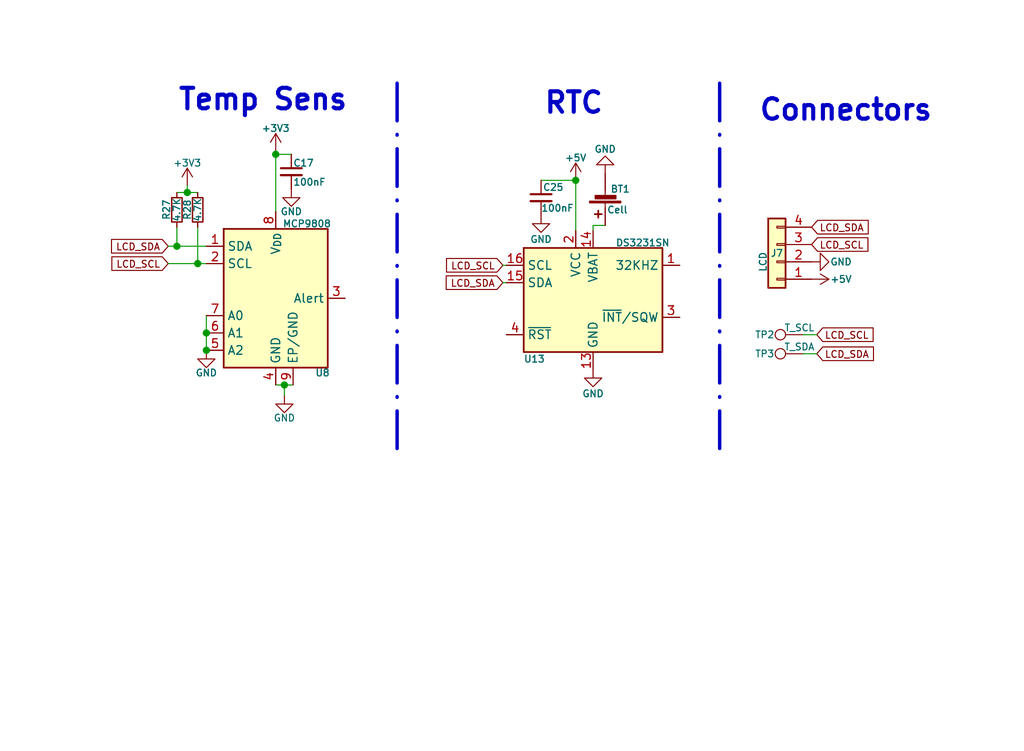
<source format=kicad_sch>
(kicad_sch (version 20230121) (generator eeschema)

  (uuid 3cfb46a7-ead8-4c85-85d8-88f21b6e679c)

  (paper "User" 150.012 110.007)

  (lib_symbols
    (symbol "Connector:TestPoint" (pin_numbers hide) (pin_names (offset 0.762) hide) (in_bom yes) (on_board yes)
      (property "Reference" "TP" (at 0 6.858 0)
        (effects (font (size 1.27 1.27)))
      )
      (property "Value" "TestPoint" (at 0 5.08 0)
        (effects (font (size 1.27 1.27)))
      )
      (property "Footprint" "" (at 5.08 0 0)
        (effects (font (size 1.27 1.27)) hide)
      )
      (property "Datasheet" "~" (at 5.08 0 0)
        (effects (font (size 1.27 1.27)) hide)
      )
      (property "ki_keywords" "test point tp" (at 0 0 0)
        (effects (font (size 1.27 1.27)) hide)
      )
      (property "ki_description" "test point" (at 0 0 0)
        (effects (font (size 1.27 1.27)) hide)
      )
      (property "ki_fp_filters" "Pin* Test*" (at 0 0 0)
        (effects (font (size 1.27 1.27)) hide)
      )
      (symbol "TestPoint_0_1"
        (circle (center 0 3.302) (radius 0.762)
          (stroke (width 0) (type default))
          (fill (type none))
        )
      )
      (symbol "TestPoint_1_1"
        (pin passive line (at 0 0 90) (length 2.54)
          (name "1" (effects (font (size 1.27 1.27))))
          (number "1" (effects (font (size 1.27 1.27))))
        )
      )
    )
    (symbol "Connector_Generic:Conn_01x04" (pin_names (offset 1.016) hide) (in_bom yes) (on_board yes)
      (property "Reference" "J" (at 0 5.08 0)
        (effects (font (size 1.27 1.27)))
      )
      (property "Value" "Conn_01x04" (at 0 -7.62 0)
        (effects (font (size 1.27 1.27)))
      )
      (property "Footprint" "" (at 0 0 0)
        (effects (font (size 1.27 1.27)) hide)
      )
      (property "Datasheet" "~" (at 0 0 0)
        (effects (font (size 1.27 1.27)) hide)
      )
      (property "ki_keywords" "connector" (at 0 0 0)
        (effects (font (size 1.27 1.27)) hide)
      )
      (property "ki_description" "Generic connector, single row, 01x04, script generated (kicad-library-utils/schlib/autogen/connector/)" (at 0 0 0)
        (effects (font (size 1.27 1.27)) hide)
      )
      (property "ki_fp_filters" "Connector*:*_1x??_*" (at 0 0 0)
        (effects (font (size 1.27 1.27)) hide)
      )
      (symbol "Conn_01x04_1_1"
        (rectangle (start -1.27 -4.953) (end 0 -5.207)
          (stroke (width 0.1524) (type default))
          (fill (type none))
        )
        (rectangle (start -1.27 -2.413) (end 0 -2.667)
          (stroke (width 0.1524) (type default))
          (fill (type none))
        )
        (rectangle (start -1.27 0.127) (end 0 -0.127)
          (stroke (width 0.1524) (type default))
          (fill (type none))
        )
        (rectangle (start -1.27 2.667) (end 0 2.413)
          (stroke (width 0.1524) (type default))
          (fill (type none))
        )
        (rectangle (start -1.27 3.81) (end 1.27 -6.35)
          (stroke (width 0.254) (type default))
          (fill (type background))
        )
        (pin passive line (at -5.08 2.54 0) (length 3.81)
          (name "Pin_1" (effects (font (size 1.27 1.27))))
          (number "1" (effects (font (size 1.27 1.27))))
        )
        (pin passive line (at -5.08 0 0) (length 3.81)
          (name "Pin_2" (effects (font (size 1.27 1.27))))
          (number "2" (effects (font (size 1.27 1.27))))
        )
        (pin passive line (at -5.08 -2.54 0) (length 3.81)
          (name "Pin_3" (effects (font (size 1.27 1.27))))
          (number "3" (effects (font (size 1.27 1.27))))
        )
        (pin passive line (at -5.08 -5.08 0) (length 3.81)
          (name "Pin_4" (effects (font (size 1.27 1.27))))
          (number "4" (effects (font (size 1.27 1.27))))
        )
      )
    )
    (symbol "Device:Battery_Cell" (pin_numbers hide) (pin_names (offset 0) hide) (in_bom yes) (on_board yes)
      (property "Reference" "BT" (at 2.54 2.54 0)
        (effects (font (size 1.27 1.27)) (justify left))
      )
      (property "Value" "Battery_Cell" (at 2.54 0 0)
        (effects (font (size 1.27 1.27)) (justify left))
      )
      (property "Footprint" "" (at 0 1.524 90)
        (effects (font (size 1.27 1.27)) hide)
      )
      (property "Datasheet" "~" (at 0 1.524 90)
        (effects (font (size 1.27 1.27)) hide)
      )
      (property "ki_keywords" "battery cell" (at 0 0 0)
        (effects (font (size 1.27 1.27)) hide)
      )
      (property "ki_description" "Single-cell battery" (at 0 0 0)
        (effects (font (size 1.27 1.27)) hide)
      )
      (symbol "Battery_Cell_0_1"
        (rectangle (start -2.286 1.778) (end 2.286 1.524)
          (stroke (width 0) (type default))
          (fill (type outline))
        )
        (rectangle (start -1.5748 1.1938) (end 1.4732 0.6858)
          (stroke (width 0) (type default))
          (fill (type outline))
        )
        (polyline
          (pts
            (xy 0 0.762)
            (xy 0 0)
          )
          (stroke (width 0) (type default))
          (fill (type none))
        )
        (polyline
          (pts
            (xy 0 1.778)
            (xy 0 2.54)
          )
          (stroke (width 0) (type default))
          (fill (type none))
        )
        (polyline
          (pts
            (xy 0.508 3.429)
            (xy 1.524 3.429)
          )
          (stroke (width 0.254) (type default))
          (fill (type none))
        )
        (polyline
          (pts
            (xy 1.016 3.937)
            (xy 1.016 2.921)
          )
          (stroke (width 0.254) (type default))
          (fill (type none))
        )
      )
      (symbol "Battery_Cell_1_1"
        (pin passive line (at 0 5.08 270) (length 2.54)
          (name "+" (effects (font (size 1.27 1.27))))
          (number "1" (effects (font (size 1.27 1.27))))
        )
        (pin passive line (at 0 -2.54 90) (length 2.54)
          (name "-" (effects (font (size 1.27 1.27))))
          (number "2" (effects (font (size 1.27 1.27))))
        )
      )
    )
    (symbol "Device:C_Small" (pin_numbers hide) (pin_names (offset 0.254) hide) (in_bom yes) (on_board yes)
      (property "Reference" "C" (at 0.254 1.778 0)
        (effects (font (size 1.27 1.27)) (justify left))
      )
      (property "Value" "C_Small" (at 0.254 -2.032 0)
        (effects (font (size 1.27 1.27)) (justify left))
      )
      (property "Footprint" "" (at 0 0 0)
        (effects (font (size 1.27 1.27)) hide)
      )
      (property "Datasheet" "~" (at 0 0 0)
        (effects (font (size 1.27 1.27)) hide)
      )
      (property "ki_keywords" "capacitor cap" (at 0 0 0)
        (effects (font (size 1.27 1.27)) hide)
      )
      (property "ki_description" "Unpolarized capacitor, small symbol" (at 0 0 0)
        (effects (font (size 1.27 1.27)) hide)
      )
      (property "ki_fp_filters" "C_*" (at 0 0 0)
        (effects (font (size 1.27 1.27)) hide)
      )
      (symbol "C_Small_0_1"
        (polyline
          (pts
            (xy -1.524 -0.508)
            (xy 1.524 -0.508)
          )
          (stroke (width 0.3302) (type default))
          (fill (type none))
        )
        (polyline
          (pts
            (xy -1.524 0.508)
            (xy 1.524 0.508)
          )
          (stroke (width 0.3048) (type default))
          (fill (type none))
        )
      )
      (symbol "C_Small_1_1"
        (pin passive line (at 0 2.54 270) (length 2.032)
          (name "~" (effects (font (size 1.27 1.27))))
          (number "1" (effects (font (size 1.27 1.27))))
        )
        (pin passive line (at 0 -2.54 90) (length 2.032)
          (name "~" (effects (font (size 1.27 1.27))))
          (number "2" (effects (font (size 1.27 1.27))))
        )
      )
    )
    (symbol "Device:R_Small" (pin_numbers hide) (pin_names (offset 0.254) hide) (in_bom yes) (on_board yes)
      (property "Reference" "R" (at 0.762 0.508 0)
        (effects (font (size 1.27 1.27)) (justify left))
      )
      (property "Value" "R_Small" (at 0.762 -1.016 0)
        (effects (font (size 1.27 1.27)) (justify left))
      )
      (property "Footprint" "" (at 0 0 0)
        (effects (font (size 1.27 1.27)) hide)
      )
      (property "Datasheet" "~" (at 0 0 0)
        (effects (font (size 1.27 1.27)) hide)
      )
      (property "ki_keywords" "R resistor" (at 0 0 0)
        (effects (font (size 1.27 1.27)) hide)
      )
      (property "ki_description" "Resistor, small symbol" (at 0 0 0)
        (effects (font (size 1.27 1.27)) hide)
      )
      (property "ki_fp_filters" "R_*" (at 0 0 0)
        (effects (font (size 1.27 1.27)) hide)
      )
      (symbol "R_Small_0_1"
        (rectangle (start -0.762 1.778) (end 0.762 -1.778)
          (stroke (width 0.2032) (type default))
          (fill (type none))
        )
      )
      (symbol "R_Small_1_1"
        (pin passive line (at 0 2.54 270) (length 0.762)
          (name "~" (effects (font (size 1.27 1.27))))
          (number "1" (effects (font (size 1.27 1.27))))
        )
        (pin passive line (at 0 -2.54 90) (length 0.762)
          (name "~" (effects (font (size 1.27 1.27))))
          (number "2" (effects (font (size 1.27 1.27))))
        )
      )
    )
    (symbol "Sensor_Temperature:MCP9808_DFN" (in_bom yes) (on_board yes)
      (property "Reference" "U" (at -6.35 11.43 0)
        (effects (font (size 1.27 1.27)))
      )
      (property "Value" "MCP9808_DFN" (at 10.16 11.43 0)
        (effects (font (size 1.27 1.27)))
      )
      (property "Footprint" "Package_DFN_QFN:DFN-8-1EP_3x2mm_P0.5mm_EP1.7x1.4mm" (at 0 0 0)
        (effects (font (size 1.27 1.27)) hide)
      )
      (property "Datasheet" "http://ww1.microchip.com/downloads/en/DeviceDoc/MCP9808-0.5C-Maximum-Accuracy-Digital-Temperature-Sensor-Data-Sheet-DS20005095B.pdf" (at -6.35 11.43 0)
        (effects (font (size 1.27 1.27)) hide)
      )
      (property "ki_keywords" "temperature sensor I2C" (at 0 0 0)
        (effects (font (size 1.27 1.27)) hide)
      )
      (property "ki_description" "+/-0.25C (+/-0.5C) Typical (Maximum), Digital Temperature Sensor, DFN-8" (at 0 0 0)
        (effects (font (size 1.27 1.27)) hide)
      )
      (property "ki_fp_filters" "DFN*1EP*3x2mm*P0.5mm*" (at 0 0 0)
        (effects (font (size 1.27 1.27)) hide)
      )
      (symbol "MCP9808_DFN_0_1"
        (rectangle (start -7.62 10.16) (end 7.62 -10.16)
          (stroke (width 0.254) (type default))
          (fill (type background))
        )
      )
      (symbol "MCP9808_DFN_1_1"
        (pin bidirectional line (at -10.16 7.62 0) (length 2.54)
          (name "SDA" (effects (font (size 1.27 1.27))))
          (number "1" (effects (font (size 1.27 1.27))))
        )
        (pin input line (at -10.16 5.08 0) (length 2.54)
          (name "SCL" (effects (font (size 1.27 1.27))))
          (number "2" (effects (font (size 1.27 1.27))))
        )
        (pin output line (at 10.16 0 180) (length 2.54)
          (name "Alert" (effects (font (size 1.27 1.27))))
          (number "3" (effects (font (size 1.27 1.27))))
        )
        (pin power_in line (at 0 -12.7 90) (length 2.54)
          (name "GND" (effects (font (size 1.27 1.27))))
          (number "4" (effects (font (size 1.27 1.27))))
        )
        (pin input line (at -10.16 -7.62 0) (length 2.54)
          (name "A2" (effects (font (size 1.27 1.27))))
          (number "5" (effects (font (size 1.27 1.27))))
        )
        (pin input line (at -10.16 -5.08 0) (length 2.54)
          (name "A1" (effects (font (size 1.27 1.27))))
          (number "6" (effects (font (size 1.27 1.27))))
        )
        (pin input line (at -10.16 -2.54 0) (length 2.54)
          (name "A0" (effects (font (size 1.27 1.27))))
          (number "7" (effects (font (size 1.27 1.27))))
        )
        (pin power_in line (at 0 12.7 270) (length 2.54)
          (name "V_{DD}" (effects (font (size 1.27 1.27))))
          (number "8" (effects (font (size 1.27 1.27))))
        )
        (pin power_in line (at 2.54 -12.7 90) (length 2.54)
          (name "EP/GND" (effects (font (size 1.27 1.27))))
          (number "9" (effects (font (size 1.27 1.27))))
        )
      )
    )
    (symbol "Timer_RTC:DS3231M" (in_bom yes) (on_board yes)
      (property "Reference" "U" (at -7.62 8.89 0)
        (effects (font (size 1.27 1.27)) (justify right))
      )
      (property "Value" "DS3231M" (at 10.16 8.89 0)
        (effects (font (size 1.27 1.27)) (justify right))
      )
      (property "Footprint" "Package_SO:SOIC-16W_7.5x10.3mm_P1.27mm" (at 0 -15.24 0)
        (effects (font (size 1.27 1.27)) hide)
      )
      (property "Datasheet" "http://datasheets.maximintegrated.com/en/ds/DS3231.pdf" (at 6.858 1.27 0)
        (effects (font (size 1.27 1.27)) hide)
      )
      (property "ki_keywords" "RTC TCXO Realtime Time Clock Crystal Oscillator I2C" (at 0 0 0)
        (effects (font (size 1.27 1.27)) hide)
      )
      (property "ki_description" "Extremely Accurate I2C-Integrated RTC/TCXO/Crystal SOIC-16" (at 0 0 0)
        (effects (font (size 1.27 1.27)) hide)
      )
      (property "ki_fp_filters" "SOIC*7.5x10.3mm*P1.27mm*" (at 0 0 0)
        (effects (font (size 1.27 1.27)) hide)
      )
      (symbol "DS3231M_0_1"
        (rectangle (start -10.16 7.62) (end 10.16 -7.62)
          (stroke (width 0.254) (type default))
          (fill (type background))
        )
      )
      (symbol "DS3231M_1_1"
        (pin open_collector line (at 12.7 5.08 180) (length 2.54)
          (name "32KHZ" (effects (font (size 1.27 1.27))))
          (number "1" (effects (font (size 1.27 1.27))))
        )
        (pin passive line (at 0 -10.16 90) (length 2.54) hide
          (name "GND" (effects (font (size 1.27 1.27))))
          (number "10" (effects (font (size 1.27 1.27))))
        )
        (pin passive line (at 0 -10.16 90) (length 2.54) hide
          (name "GND" (effects (font (size 1.27 1.27))))
          (number "11" (effects (font (size 1.27 1.27))))
        )
        (pin passive line (at 0 -10.16 90) (length 2.54) hide
          (name "GND" (effects (font (size 1.27 1.27))))
          (number "12" (effects (font (size 1.27 1.27))))
        )
        (pin power_in line (at 0 -10.16 90) (length 2.54)
          (name "GND" (effects (font (size 1.27 1.27))))
          (number "13" (effects (font (size 1.27 1.27))))
        )
        (pin power_in line (at 0 10.16 270) (length 2.54)
          (name "VBAT" (effects (font (size 1.27 1.27))))
          (number "14" (effects (font (size 1.27 1.27))))
        )
        (pin bidirectional line (at -12.7 2.54 0) (length 2.54)
          (name "SDA" (effects (font (size 1.27 1.27))))
          (number "15" (effects (font (size 1.27 1.27))))
        )
        (pin input line (at -12.7 5.08 0) (length 2.54)
          (name "SCL" (effects (font (size 1.27 1.27))))
          (number "16" (effects (font (size 1.27 1.27))))
        )
        (pin power_in line (at -2.54 10.16 270) (length 2.54)
          (name "VCC" (effects (font (size 1.27 1.27))))
          (number "2" (effects (font (size 1.27 1.27))))
        )
        (pin open_collector line (at 12.7 -2.54 180) (length 2.54)
          (name "~{INT}/SQW" (effects (font (size 1.27 1.27))))
          (number "3" (effects (font (size 1.27 1.27))))
        )
        (pin bidirectional line (at -12.7 -5.08 0) (length 2.54)
          (name "~{RST}" (effects (font (size 1.27 1.27))))
          (number "4" (effects (font (size 1.27 1.27))))
        )
        (pin passive line (at 0 -10.16 90) (length 2.54) hide
          (name "GND" (effects (font (size 1.27 1.27))))
          (number "5" (effects (font (size 1.27 1.27))))
        )
        (pin passive line (at 0 -10.16 90) (length 2.54) hide
          (name "GND" (effects (font (size 1.27 1.27))))
          (number "6" (effects (font (size 1.27 1.27))))
        )
        (pin passive line (at 0 -10.16 90) (length 2.54) hide
          (name "GND" (effects (font (size 1.27 1.27))))
          (number "7" (effects (font (size 1.27 1.27))))
        )
        (pin passive line (at 0 -10.16 90) (length 2.54) hide
          (name "GND" (effects (font (size 1.27 1.27))))
          (number "8" (effects (font (size 1.27 1.27))))
        )
        (pin passive line (at 0 -10.16 90) (length 2.54) hide
          (name "GND" (effects (font (size 1.27 1.27))))
          (number "9" (effects (font (size 1.27 1.27))))
        )
      )
    )
    (symbol "power:+3V3" (power) (pin_names (offset 0)) (in_bom yes) (on_board yes)
      (property "Reference" "#PWR" (at 0 -3.81 0)
        (effects (font (size 1.27 1.27)) hide)
      )
      (property "Value" "+3V3" (at 0 3.556 0)
        (effects (font (size 1.27 1.27)))
      )
      (property "Footprint" "" (at 0 0 0)
        (effects (font (size 1.27 1.27)) hide)
      )
      (property "Datasheet" "" (at 0 0 0)
        (effects (font (size 1.27 1.27)) hide)
      )
      (property "ki_keywords" "global power" (at 0 0 0)
        (effects (font (size 1.27 1.27)) hide)
      )
      (property "ki_description" "Power symbol creates a global label with name \"+3V3\"" (at 0 0 0)
        (effects (font (size 1.27 1.27)) hide)
      )
      (symbol "+3V3_0_1"
        (polyline
          (pts
            (xy -0.762 1.27)
            (xy 0 2.54)
          )
          (stroke (width 0) (type default))
          (fill (type none))
        )
        (polyline
          (pts
            (xy 0 0)
            (xy 0 2.54)
          )
          (stroke (width 0) (type default))
          (fill (type none))
        )
        (polyline
          (pts
            (xy 0 2.54)
            (xy 0.762 1.27)
          )
          (stroke (width 0) (type default))
          (fill (type none))
        )
      )
      (symbol "+3V3_1_1"
        (pin power_in line (at 0 0 90) (length 0) hide
          (name "+3V3" (effects (font (size 1.27 1.27))))
          (number "1" (effects (font (size 1.27 1.27))))
        )
      )
    )
    (symbol "power:+5V" (power) (pin_names (offset 0)) (in_bom yes) (on_board yes)
      (property "Reference" "#PWR" (at 0 -3.81 0)
        (effects (font (size 1.27 1.27)) hide)
      )
      (property "Value" "+5V" (at 0 3.556 0)
        (effects (font (size 1.27 1.27)))
      )
      (property "Footprint" "" (at 0 0 0)
        (effects (font (size 1.27 1.27)) hide)
      )
      (property "Datasheet" "" (at 0 0 0)
        (effects (font (size 1.27 1.27)) hide)
      )
      (property "ki_keywords" "global power" (at 0 0 0)
        (effects (font (size 1.27 1.27)) hide)
      )
      (property "ki_description" "Power symbol creates a global label with name \"+5V\"" (at 0 0 0)
        (effects (font (size 1.27 1.27)) hide)
      )
      (symbol "+5V_0_1"
        (polyline
          (pts
            (xy -0.762 1.27)
            (xy 0 2.54)
          )
          (stroke (width 0) (type default))
          (fill (type none))
        )
        (polyline
          (pts
            (xy 0 0)
            (xy 0 2.54)
          )
          (stroke (width 0) (type default))
          (fill (type none))
        )
        (polyline
          (pts
            (xy 0 2.54)
            (xy 0.762 1.27)
          )
          (stroke (width 0) (type default))
          (fill (type none))
        )
      )
      (symbol "+5V_1_1"
        (pin power_in line (at 0 0 90) (length 0) hide
          (name "+5V" (effects (font (size 1.27 1.27))))
          (number "1" (effects (font (size 1.27 1.27))))
        )
      )
    )
    (symbol "power:GND" (power) (pin_names (offset 0)) (in_bom yes) (on_board yes)
      (property "Reference" "#PWR" (at 0 -6.35 0)
        (effects (font (size 1.27 1.27)) hide)
      )
      (property "Value" "GND" (at 0 -3.81 0)
        (effects (font (size 1.27 1.27)))
      )
      (property "Footprint" "" (at 0 0 0)
        (effects (font (size 1.27 1.27)) hide)
      )
      (property "Datasheet" "" (at 0 0 0)
        (effects (font (size 1.27 1.27)) hide)
      )
      (property "ki_keywords" "global power" (at 0 0 0)
        (effects (font (size 1.27 1.27)) hide)
      )
      (property "ki_description" "Power symbol creates a global label with name \"GND\" , ground" (at 0 0 0)
        (effects (font (size 1.27 1.27)) hide)
      )
      (symbol "GND_0_1"
        (polyline
          (pts
            (xy 0 0)
            (xy 0 -1.27)
            (xy 1.27 -1.27)
            (xy 0 -2.54)
            (xy -1.27 -1.27)
            (xy 0 -1.27)
          )
          (stroke (width 0) (type default))
          (fill (type none))
        )
      )
      (symbol "GND_1_1"
        (pin power_in line (at 0 0 270) (length 0) hide
          (name "GND" (effects (font (size 1.27 1.27))))
          (number "1" (effects (font (size 1.27 1.27))))
        )
      )
    )
  )

  (junction (at 41.656 56.388) (diameter 0) (color 0 0 0 0)
    (uuid 1d1d6424-d517-4e4e-87a6-511f4174ce99)
  )
  (junction (at 28.956 38.608) (diameter 0) (color 0 0 0 0)
    (uuid 1e7ccc5b-cdd8-464c-9a09-cce82766aabe)
  )
  (junction (at 25.908 36.068) (diameter 0) (color 0 0 0 0)
    (uuid 25883cc9-c451-4820-9898-0e21f78c35ee)
  )
  (junction (at 30.226 48.768) (diameter 0) (color 0 0 0 0)
    (uuid 398acb15-dbf0-43e0-8c24-4fdc5b35aa35)
  )
  (junction (at 27.432 28.194) (diameter 0) (color 0 0 0 0)
    (uuid 460e5f8f-bf23-4aef-a098-5509253c9f09)
  )
  (junction (at 30.226 51.308) (diameter 0) (color 0 0 0 0)
    (uuid c513787b-d6c6-405a-8747-49d95619dd05)
  )
  (junction (at 40.386 22.606) (diameter 0) (color 0 0 0 0)
    (uuid dd6e2913-5f6e-4ecc-8028-1c3e098b9704)
  )
  (junction (at 84.328 26.416) (diameter 0) (color 0 0 0 0)
    (uuid de6c3d39-eb5e-40ff-a05b-a5aacaca0cd2)
  )

  (wire (pts (xy 73.66 41.402) (xy 74.168 41.402))
    (stroke (width 0) (type default))
    (uuid 024d6209-23e3-4d38-8bcf-5e721fc65488)
  )
  (wire (pts (xy 41.656 57.912) (xy 41.656 56.388))
    (stroke (width 0) (type default))
    (uuid 036c9c28-dd0c-47c6-8525-9b75e1e1ee47)
  )
  (wire (pts (xy 40.386 22.606) (xy 42.672 22.606))
    (stroke (width 0) (type default))
    (uuid 153aea4d-6f94-40d8-83fe-aa5f32f706ba)
  )
  (wire (pts (xy 86.868 33.782) (xy 86.868 33.02))
    (stroke (width 0) (type default))
    (uuid 1a770640-23b2-4960-9c99-64f2e6d6a817)
  )
  (wire (pts (xy 24.638 38.608) (xy 28.956 38.608))
    (stroke (width 0) (type default))
    (uuid 2543ea8e-3ac4-4e7d-ae8a-dce22d7363ae)
  )
  (wire (pts (xy 41.656 56.388) (xy 40.386 56.388))
    (stroke (width 0) (type default))
    (uuid 37f83864-c658-478d-8b3c-dc8748131cdc)
  )
  (wire (pts (xy 25.908 28.194) (xy 27.432 28.194))
    (stroke (width 0) (type default))
    (uuid 384bb439-d750-4a0f-a041-b4deb79c4165)
  )
  (wire (pts (xy 27.432 28.194) (xy 28.956 28.194))
    (stroke (width 0) (type default))
    (uuid 40a59f95-1ae6-4fdd-9eb8-b69ebb1a5a81)
  )
  (wire (pts (xy 25.908 33.274) (xy 25.908 36.068))
    (stroke (width 0) (type default))
    (uuid 42f4d212-f68d-4328-a0dc-8c2abcb6f64b)
  )
  (wire (pts (xy 119.634 51.816) (xy 117.602 51.816))
    (stroke (width 0) (type default))
    (uuid 598527e9-c1e1-4be1-8925-c8f28bd6f6d2)
  )
  (wire (pts (xy 24.638 36.068) (xy 25.908 36.068))
    (stroke (width 0) (type default))
    (uuid 63787562-970f-4205-9e83-bfcb0da68f4d)
  )
  (wire (pts (xy 28.956 33.274) (xy 28.956 38.608))
    (stroke (width 0) (type default))
    (uuid 7afe7edd-b331-4868-8534-7b94ecd46d92)
  )
  (wire (pts (xy 73.66 38.862) (xy 74.168 38.862))
    (stroke (width 0) (type default))
    (uuid 7fad8938-6c01-4785-8dc1-049447ebcf47)
  )
  (wire (pts (xy 84.328 26.416) (xy 84.328 33.782))
    (stroke (width 0) (type default))
    (uuid 8762696f-16a8-4ea7-97b7-0fc16f7a288b)
  )
  (wire (pts (xy 30.226 46.228) (xy 30.226 48.768))
    (stroke (width 0) (type default))
    (uuid 8ab9f22d-05e8-46b7-adaf-7d60d8554d9c)
  )
  (wire (pts (xy 30.226 48.768) (xy 30.226 51.308))
    (stroke (width 0) (type default))
    (uuid 8dfbe887-c02d-4bcb-a9c7-7ab6fc78f38b)
  )
  (wire (pts (xy 79.248 26.416) (xy 84.328 26.416))
    (stroke (width 0) (type default))
    (uuid 97ba1d31-7480-42b3-b7fc-27a6c3dc68b3)
  )
  (wire (pts (xy 41.656 56.388) (xy 42.926 56.388))
    (stroke (width 0) (type default))
    (uuid b12c2806-26a7-482c-9c55-f6149592d3e5)
  )
  (wire (pts (xy 27.432 27.178) (xy 27.432 28.194))
    (stroke (width 0) (type default))
    (uuid b6929172-cf4f-4e2b-a778-69349c97248f)
  )
  (wire (pts (xy 40.386 22.606) (xy 40.386 30.988))
    (stroke (width 0) (type default))
    (uuid be8fee7a-eeeb-4a1f-83ff-9f964c9a71f1)
  )
  (wire (pts (xy 119.634 49.022) (xy 117.602 49.022))
    (stroke (width 0) (type default))
    (uuid c217e1ed-f2b9-4682-8c3d-f28a703f4349)
  )
  (wire (pts (xy 28.956 38.608) (xy 30.226 38.608))
    (stroke (width 0) (type default))
    (uuid c21d25fe-7cf6-44de-8d9f-9bfe4d814f3c)
  )
  (wire (pts (xy 40.386 22.098) (xy 40.386 22.606))
    (stroke (width 0) (type default))
    (uuid c9568886-3fbe-4b81-9abd-f5408d6eb727)
  )
  (polyline (pts (xy 105.41 12.192) (xy 105.41 65.786))
    (stroke (width 0.5) (type dash_dot))
    (uuid cac48ab2-3f65-4f69-9e53-8fa40a6e4fc5)
  )
  (polyline (pts (xy 58.166 12.192) (xy 58.166 65.786))
    (stroke (width 0.5) (type dash_dot))
    (uuid cf836bb4-3d73-4dde-99bf-7162a8a428b9)
  )

  (wire (pts (xy 86.868 33.02) (xy 88.646 33.02))
    (stroke (width 0) (type default))
    (uuid d4be7333-31d5-42f1-8c21-a362a51b0b1f)
  )
  (wire (pts (xy 25.908 36.068) (xy 30.226 36.068))
    (stroke (width 0) (type default))
    (uuid f8b0a95b-0ae2-4d50-be9d-9ab4d236f51c)
  )

  (text "Connectors" (at 110.998 18.034 0)
    (effects (font (size 3 3) bold) (justify left bottom))
    (uuid acc876a7-6da9-4dc9-8dcb-fcc2eb597eb7)
  )
  (text "Temp Sens" (at 25.908 16.51 0)
    (effects (font (size 3 3) bold) (justify left bottom))
    (uuid c775c117-371c-4c4d-a607-1fa620e29102)
  )
  (text "RTC" (at 79.502 17.018 0)
    (effects (font (size 3 3) bold) (justify left bottom))
    (uuid e626ccaf-23b3-4912-b873-4daedcdd3141)
  )

  (global_label "LCD_SCL" (shape input) (at 73.66 38.862 180) (fields_autoplaced)
    (effects (font (size 1 1)) (justify right))
    (uuid 12c88eb0-e26f-4922-a18b-5baeb10e2e76)
    (property "Intersheetrefs" "${INTERSHEET_REFS}" (at 65.0388 38.862 0)
      (effects (font (size 1.27 1.27)) (justify right) hide)
    )
  )
  (global_label "LCD_SDA" (shape input) (at 118.872 33.274 0) (fields_autoplaced)
    (effects (font (size 1 1)) (justify left))
    (uuid 1a61f1b6-485a-4b5d-a05e-597c851482fd)
    (property "Intersheetrefs" "${INTERSHEET_REFS}" (at 127.5408 33.274 0)
      (effects (font (size 1.27 1.27)) (justify left) hide)
    )
  )
  (global_label "LCD_SCL" (shape input) (at 24.638 38.608 180) (fields_autoplaced)
    (effects (font (size 1 1)) (justify right))
    (uuid 25c3c1a7-2789-4b9c-965e-11c1fc11a560)
    (property "Intersheetrefs" "${INTERSHEET_REFS}" (at 16.0168 38.608 0)
      (effects (font (size 1.27 1.27)) (justify right) hide)
    )
  )
  (global_label "LCD_SDA" (shape input) (at 119.634 51.816 0) (fields_autoplaced)
    (effects (font (size 1 1)) (justify left))
    (uuid 3928e456-4c20-4a21-a75e-f4399ff23ac0)
    (property "Intersheetrefs" "${INTERSHEET_REFS}" (at 128.3028 51.816 0)
      (effects (font (size 1.27 1.27)) (justify left) hide)
    )
  )
  (global_label "LCD_SCL" (shape input) (at 119.634 49.022 0) (fields_autoplaced)
    (effects (font (size 1 1)) (justify left))
    (uuid 3d4fc6fe-d615-45a9-8bc2-aa067a1bdcda)
    (property "Intersheetrefs" "${INTERSHEET_REFS}" (at 128.2552 49.022 0)
      (effects (font (size 1.27 1.27)) (justify left) hide)
    )
  )
  (global_label "LCD_SCL" (shape input) (at 118.872 35.814 0) (fields_autoplaced)
    (effects (font (size 1 1)) (justify left))
    (uuid 6fedb9e9-d3d3-4ef0-9851-82e50bc8ea9e)
    (property "Intersheetrefs" "${INTERSHEET_REFS}" (at 127.4932 35.814 0)
      (effects (font (size 1.27 1.27)) (justify left) hide)
    )
  )
  (global_label "LCD_SDA" (shape input) (at 73.66 41.402 180) (fields_autoplaced)
    (effects (font (size 1 1)) (justify right))
    (uuid da4643e7-f12e-4e73-9b62-53077eb23b72)
    (property "Intersheetrefs" "${INTERSHEET_REFS}" (at 64.9912 41.402 0)
      (effects (font (size 1.27 1.27)) (justify right) hide)
    )
  )
  (global_label "LCD_SDA" (shape input) (at 24.638 36.068 180) (fields_autoplaced)
    (effects (font (size 1 1)) (justify right))
    (uuid ff85af2b-c38d-4dd8-8e33-e8a066c3da73)
    (property "Intersheetrefs" "${INTERSHEET_REFS}" (at 15.9692 36.068 0)
      (effects (font (size 1.27 1.27)) (justify right) hide)
    )
  )

  (symbol (lib_id "power:+5V") (at 84.328 26.416 0) (unit 1)
    (in_bom yes) (on_board yes) (dnp no)
    (uuid 01827306-6a3c-4920-be1e-bd15f493578e)
    (property "Reference" "#PWR069" (at 84.328 30.226 0)
      (effects (font (size 1.27 1.27)) hide)
    )
    (property "Value" "+5V" (at 84.328 23.114 0)
      (effects (font (size 1 1)))
    )
    (property "Footprint" "" (at 84.328 26.416 0)
      (effects (font (size 1.27 1.27)) hide)
    )
    (property "Datasheet" "" (at 84.328 26.416 0)
      (effects (font (size 1.27 1.27)) hide)
    )
    (pin "1" (uuid 928b16d1-5e66-477d-a987-7c4784e9953d))
    (instances
      (project "EV_Charger"
        (path "/65e4f495-1587-47cc-89e7-5f7f29c51acd/d4201b02-3c77-40d9-87d7-e4a8cb81e256"
          (reference "#PWR069") (unit 1)
        )
      )
    )
  )

  (symbol (lib_id "Connector:TestPoint") (at 117.602 51.816 90) (unit 1)
    (in_bom yes) (on_board yes) (dnp no)
    (uuid 0ac4ef43-24b3-484b-b8c1-ad8abaf72740)
    (property "Reference" "TP3" (at 112.014 51.816 90)
      (effects (font (size 1 1)))
    )
    (property "Value" "T_SDA" (at 117.094 50.8 90)
      (effects (font (size 1 1)))
    )
    (property "Footprint" "TestPoint:TestPoint_Pad_D1.5mm" (at 117.602 46.736 0)
      (effects (font (size 1.27 1.27)) hide)
    )
    (property "Datasheet" "~" (at 117.602 46.736 0)
      (effects (font (size 1.27 1.27)) hide)
    )
    (pin "1" (uuid 8fb70c4f-f0f2-45ac-bcd7-9b92180f4076))
    (instances
      (project "EV_Charger"
        (path "/65e4f495-1587-47cc-89e7-5f7f29c51acd/d4201b02-3c77-40d9-87d7-e4a8cb81e256"
          (reference "TP3") (unit 1)
        )
      )
    )
  )

  (symbol (lib_id "power:GND") (at 79.248 31.496 0) (unit 1)
    (in_bom yes) (on_board yes) (dnp no)
    (uuid 11fd7453-2285-4838-aaf6-d5c256724064)
    (property "Reference" "#PWR071" (at 79.248 37.846 0)
      (effects (font (size 1.27 1.27)) hide)
    )
    (property "Value" "GND" (at 79.248 35.052 0)
      (effects (font (size 1 1)))
    )
    (property "Footprint" "" (at 79.248 31.496 0)
      (effects (font (size 1.27 1.27)) hide)
    )
    (property "Datasheet" "" (at 79.248 31.496 0)
      (effects (font (size 1.27 1.27)) hide)
    )
    (pin "1" (uuid 7d3f36e0-d07d-4b45-8983-56a91aaee1f8))
    (instances
      (project "EV_Charger"
        (path "/65e4f495-1587-47cc-89e7-5f7f29c51acd/d4201b02-3c77-40d9-87d7-e4a8cb81e256"
          (reference "#PWR071") (unit 1)
        )
      )
    )
  )

  (symbol (lib_id "power:GND") (at 86.868 54.102 0) (unit 1)
    (in_bom yes) (on_board yes) (dnp no)
    (uuid 1347c770-bd6d-46f3-8707-4d3181c38d93)
    (property "Reference" "#PWR068" (at 86.868 60.452 0)
      (effects (font (size 1.27 1.27)) hide)
    )
    (property "Value" "GND" (at 86.868 57.658 0)
      (effects (font (size 1 1)))
    )
    (property "Footprint" "" (at 86.868 54.102 0)
      (effects (font (size 1.27 1.27)) hide)
    )
    (property "Datasheet" "" (at 86.868 54.102 0)
      (effects (font (size 1.27 1.27)) hide)
    )
    (pin "1" (uuid 9bca527d-8cac-4104-abd7-fa072abfb91b))
    (instances
      (project "EV_Charger"
        (path "/65e4f495-1587-47cc-89e7-5f7f29c51acd/d4201b02-3c77-40d9-87d7-e4a8cb81e256"
          (reference "#PWR068") (unit 1)
        )
      )
    )
  )

  (symbol (lib_id "Device:C_Small") (at 42.672 25.146 0) (unit 1)
    (in_bom yes) (on_board yes) (dnp no)
    (uuid 150e1c61-550d-4633-8f0e-2189f3236fa9)
    (property "Reference" "C17" (at 42.926 23.876 0)
      (effects (font (size 1 1)) (justify left))
    )
    (property "Value" "100nF" (at 42.926 26.67 0)
      (effects (font (size 1 1)) (justify left))
    )
    (property "Footprint" "Capacitor_SMD:C_0402_1005Metric" (at 42.672 25.146 0)
      (effects (font (size 1.27 1.27)) hide)
    )
    (property "Datasheet" "~" (at 42.672 25.146 0)
      (effects (font (size 1.27 1.27)) hide)
    )
    (pin "1" (uuid 4adafcca-2d68-41a6-b8fd-265c6d53d086))
    (pin "2" (uuid e0a31808-0a87-4996-93f5-c7718d80cdbb))
    (instances
      (project "EV_Charger"
        (path "/65e4f495-1587-47cc-89e7-5f7f29c51acd/c7f5ad68-baf5-4da2-a4a9-58919ab7e2da"
          (reference "C17") (unit 1)
        )
        (path "/65e4f495-1587-47cc-89e7-5f7f29c51acd/d4201b02-3c77-40d9-87d7-e4a8cb81e256"
          (reference "C26") (unit 1)
        )
      )
    )
  )

  (symbol (lib_id "power:+3V3") (at 27.432 27.178 0) (unit 1)
    (in_bom yes) (on_board yes) (dnp no)
    (uuid 3e4b0fa9-bd84-4475-9e74-9825f81d747e)
    (property "Reference" "#PWR045" (at 27.432 30.988 0)
      (effects (font (size 1.27 1.27)) hide)
    )
    (property "Value" "+3V3" (at 27.432 23.876 0)
      (effects (font (size 1 1)))
    )
    (property "Footprint" "" (at 27.432 27.178 0)
      (effects (font (size 1.27 1.27)) hide)
    )
    (property "Datasheet" "" (at 27.432 27.178 0)
      (effects (font (size 1.27 1.27)) hide)
    )
    (pin "1" (uuid 1a2de7a1-cdf7-4c80-9462-72847f55c433))
    (instances
      (project "EV_Charger"
        (path "/65e4f495-1587-47cc-89e7-5f7f29c51acd/c7f5ad68-baf5-4da2-a4a9-58919ab7e2da"
          (reference "#PWR045") (unit 1)
        )
        (path "/65e4f495-1587-47cc-89e7-5f7f29c51acd/d4201b02-3c77-40d9-87d7-e4a8cb81e256"
          (reference "#PWR074") (unit 1)
        )
      )
    )
  )

  (symbol (lib_id "power:GND") (at 41.656 57.912 0) (unit 1)
    (in_bom yes) (on_board yes) (dnp no)
    (uuid 410ab512-b821-4d0d-a127-ae53dc52b39a)
    (property "Reference" "#PWR047" (at 41.656 64.262 0)
      (effects (font (size 1.27 1.27)) hide)
    )
    (property "Value" "GND" (at 41.656 61.214 0)
      (effects (font (size 1 1)))
    )
    (property "Footprint" "" (at 41.656 57.912 0)
      (effects (font (size 1.27 1.27)) hide)
    )
    (property "Datasheet" "" (at 41.656 57.912 0)
      (effects (font (size 1.27 1.27)) hide)
    )
    (pin "1" (uuid 3daef380-9f34-499b-9c82-55515e55f213))
    (instances
      (project "EV_Charger"
        (path "/65e4f495-1587-47cc-89e7-5f7f29c51acd/c7f5ad68-baf5-4da2-a4a9-58919ab7e2da"
          (reference "#PWR047") (unit 1)
        )
        (path "/65e4f495-1587-47cc-89e7-5f7f29c51acd/d4201b02-3c77-40d9-87d7-e4a8cb81e256"
          (reference "#PWR077") (unit 1)
        )
      )
    )
  )

  (symbol (lib_id "power:+3V3") (at 40.386 22.098 0) (unit 1)
    (in_bom yes) (on_board yes) (dnp no)
    (uuid 41b0bba3-f6f5-4ee4-b515-f3689fa8973a)
    (property "Reference" "#PWR046" (at 40.386 25.908 0)
      (effects (font (size 1.27 1.27)) hide)
    )
    (property "Value" "+3V3" (at 40.386 18.796 0)
      (effects (font (size 1 1)))
    )
    (property "Footprint" "" (at 40.386 22.098 0)
      (effects (font (size 1.27 1.27)) hide)
    )
    (property "Datasheet" "" (at 40.386 22.098 0)
      (effects (font (size 1.27 1.27)) hide)
    )
    (pin "1" (uuid c2f01c7d-1294-4a69-8acb-fd7e38e44d01))
    (instances
      (project "EV_Charger"
        (path "/65e4f495-1587-47cc-89e7-5f7f29c51acd/c7f5ad68-baf5-4da2-a4a9-58919ab7e2da"
          (reference "#PWR046") (unit 1)
        )
        (path "/65e4f495-1587-47cc-89e7-5f7f29c51acd/d4201b02-3c77-40d9-87d7-e4a8cb81e256"
          (reference "#PWR076") (unit 1)
        )
      )
    )
  )

  (symbol (lib_id "power:GND") (at 118.872 38.354 90) (unit 1)
    (in_bom yes) (on_board yes) (dnp no)
    (uuid 4a623b73-9305-4fb0-9087-402b558839f0)
    (property "Reference" "#PWR073" (at 125.222 38.354 0)
      (effects (font (size 1.27 1.27)) hide)
    )
    (property "Value" "GND" (at 123.19 38.354 90)
      (effects (font (size 1 1)))
    )
    (property "Footprint" "" (at 118.872 38.354 0)
      (effects (font (size 1.27 1.27)) hide)
    )
    (property "Datasheet" "" (at 118.872 38.354 0)
      (effects (font (size 1.27 1.27)) hide)
    )
    (pin "1" (uuid d5d2fed6-40ed-4bcb-a94f-2cdc5525026c))
    (instances
      (project "EV_Charger"
        (path "/65e4f495-1587-47cc-89e7-5f7f29c51acd/d4201b02-3c77-40d9-87d7-e4a8cb81e256"
          (reference "#PWR073") (unit 1)
        )
      )
    )
  )

  (symbol (lib_id "power:GND") (at 42.672 27.686 0) (unit 1)
    (in_bom yes) (on_board yes) (dnp no)
    (uuid 588611d7-b427-4e6f-8b4a-13d407b91528)
    (property "Reference" "#PWR048" (at 42.672 34.036 0)
      (effects (font (size 1.27 1.27)) hide)
    )
    (property "Value" "GND" (at 42.672 30.988 0)
      (effects (font (size 1 1)))
    )
    (property "Footprint" "" (at 42.672 27.686 0)
      (effects (font (size 1.27 1.27)) hide)
    )
    (property "Datasheet" "" (at 42.672 27.686 0)
      (effects (font (size 1.27 1.27)) hide)
    )
    (pin "1" (uuid cc2fe1eb-58c0-41fd-a879-94233296b88e))
    (instances
      (project "EV_Charger"
        (path "/65e4f495-1587-47cc-89e7-5f7f29c51acd/c7f5ad68-baf5-4da2-a4a9-58919ab7e2da"
          (reference "#PWR048") (unit 1)
        )
        (path "/65e4f495-1587-47cc-89e7-5f7f29c51acd/d4201b02-3c77-40d9-87d7-e4a8cb81e256"
          (reference "#PWR078") (unit 1)
        )
      )
    )
  )

  (symbol (lib_id "Device:Battery_Cell") (at 88.646 27.94 180) (unit 1)
    (in_bom yes) (on_board yes) (dnp no)
    (uuid 59c8bdea-55e6-43ca-aead-39133c8a1684)
    (property "Reference" "BT1" (at 89.408 27.686 0)
      (effects (font (size 1 1)) (justify right))
    )
    (property "Value" "Cell" (at 88.9 30.734 0)
      (effects (font (size 1 1)) (justify right))
    )
    (property "Footprint" "Battery:BatteryHolder_Keystone_3000_1x12mm" (at 88.646 29.464 90)
      (effects (font (size 1.27 1.27)) hide)
    )
    (property "Datasheet" "~" (at 88.646 29.464 90)
      (effects (font (size 1.27 1.27)) hide)
    )
    (pin "1" (uuid dc9c29c4-2a6c-4728-a670-db1d8c117823))
    (pin "2" (uuid c8eca023-0fec-4ccd-a609-04305dc3b194))
    (instances
      (project "EV_Charger"
        (path "/65e4f495-1587-47cc-89e7-5f7f29c51acd/d4201b02-3c77-40d9-87d7-e4a8cb81e256"
          (reference "BT1") (unit 1)
        )
      )
    )
  )

  (symbol (lib_id "Connector:TestPoint") (at 117.602 49.022 90) (unit 1)
    (in_bom yes) (on_board yes) (dnp no)
    (uuid 6a836437-5506-4123-9b72-925898685c02)
    (property "Reference" "TP2" (at 112.014 49.022 90)
      (effects (font (size 1 1)))
    )
    (property "Value" "T_SCL" (at 117.094 48.006 90)
      (effects (font (size 1 1)))
    )
    (property "Footprint" "TestPoint:TestPoint_Pad_D1.5mm" (at 117.602 43.942 0)
      (effects (font (size 1.27 1.27)) hide)
    )
    (property "Datasheet" "~" (at 117.602 43.942 0)
      (effects (font (size 1.27 1.27)) hide)
    )
    (pin "1" (uuid 99acbb2d-2e36-4b6e-9378-9d2e9c6341a3))
    (instances
      (project "EV_Charger"
        (path "/65e4f495-1587-47cc-89e7-5f7f29c51acd/d4201b02-3c77-40d9-87d7-e4a8cb81e256"
          (reference "TP2") (unit 1)
        )
      )
    )
  )

  (symbol (lib_id "Device:R_Small") (at 25.908 30.734 0) (unit 1)
    (in_bom yes) (on_board yes) (dnp no)
    (uuid 7e3b2815-bb83-467c-9715-f7e39534cae0)
    (property "Reference" "R27" (at 24.384 32.258 90)
      (effects (font (size 1 1)) (justify left))
    )
    (property "Value" "4.7K" (at 25.908 32.512 90)
      (effects (font (size 1 1)) (justify left))
    )
    (property "Footprint" "Resistor_SMD:R_0402_1005Metric_Pad0.72x0.64mm_HandSolder" (at 25.908 30.734 0)
      (effects (font (size 1.27 1.27)) hide)
    )
    (property "Datasheet" "~" (at 25.908 30.734 0)
      (effects (font (size 1.27 1.27)) hide)
    )
    (pin "1" (uuid 0d16b45b-55f3-4f06-b376-eb6d7bb9355c))
    (pin "2" (uuid b1082e99-1079-4dc6-b027-6b9a9c90a045))
    (instances
      (project "EV_Charger"
        (path "/65e4f495-1587-47cc-89e7-5f7f29c51acd/c7f5ad68-baf5-4da2-a4a9-58919ab7e2da"
          (reference "R27") (unit 1)
        )
        (path "/65e4f495-1587-47cc-89e7-5f7f29c51acd/d4201b02-3c77-40d9-87d7-e4a8cb81e256"
          (reference "R32") (unit 1)
        )
      )
    )
  )

  (symbol (lib_id "power:GND") (at 88.646 25.4 180) (unit 1)
    (in_bom yes) (on_board yes) (dnp no)
    (uuid 7f50bedb-62f2-4a2e-84bd-6dc90f9fc9da)
    (property "Reference" "#PWR070" (at 88.646 19.05 0)
      (effects (font (size 1.27 1.27)) hide)
    )
    (property "Value" "GND" (at 88.646 21.844 0)
      (effects (font (size 1 1)))
    )
    (property "Footprint" "" (at 88.646 25.4 0)
      (effects (font (size 1.27 1.27)) hide)
    )
    (property "Datasheet" "" (at 88.646 25.4 0)
      (effects (font (size 1.27 1.27)) hide)
    )
    (pin "1" (uuid fe315e58-8a0c-44df-86dc-c6fd23fc95a0))
    (instances
      (project "EV_Charger"
        (path "/65e4f495-1587-47cc-89e7-5f7f29c51acd/d4201b02-3c77-40d9-87d7-e4a8cb81e256"
          (reference "#PWR070") (unit 1)
        )
      )
    )
  )

  (symbol (lib_id "power:GND") (at 30.226 51.308 0) (unit 1)
    (in_bom yes) (on_board yes) (dnp no)
    (uuid 8dfa2922-0f6b-4813-a4da-ecd909873c95)
    (property "Reference" "#PWR049" (at 30.226 57.658 0)
      (effects (font (size 1.27 1.27)) hide)
    )
    (property "Value" "GND" (at 30.226 54.61 0)
      (effects (font (size 1 1)))
    )
    (property "Footprint" "" (at 30.226 51.308 0)
      (effects (font (size 1.27 1.27)) hide)
    )
    (property "Datasheet" "" (at 30.226 51.308 0)
      (effects (font (size 1.27 1.27)) hide)
    )
    (pin "1" (uuid 0388044e-5102-4d24-aa5d-88696f7c3d33))
    (instances
      (project "EV_Charger"
        (path "/65e4f495-1587-47cc-89e7-5f7f29c51acd/c7f5ad68-baf5-4da2-a4a9-58919ab7e2da"
          (reference "#PWR049") (unit 1)
        )
        (path "/65e4f495-1587-47cc-89e7-5f7f29c51acd/d4201b02-3c77-40d9-87d7-e4a8cb81e256"
          (reference "#PWR075") (unit 1)
        )
      )
    )
  )

  (symbol (lib_id "Device:R_Small") (at 28.956 30.734 0) (unit 1)
    (in_bom yes) (on_board yes) (dnp no)
    (uuid 9eb9e0e2-6e01-46df-bc3e-8d3064f9836f)
    (property "Reference" "R28" (at 27.432 32.258 90)
      (effects (font (size 1 1)) (justify left))
    )
    (property "Value" "4.7K" (at 28.956 32.512 90)
      (effects (font (size 1 1)) (justify left))
    )
    (property "Footprint" "Resistor_SMD:R_0402_1005Metric_Pad0.72x0.64mm_HandSolder" (at 28.956 30.734 0)
      (effects (font (size 1.27 1.27)) hide)
    )
    (property "Datasheet" "~" (at 28.956 30.734 0)
      (effects (font (size 1.27 1.27)) hide)
    )
    (pin "1" (uuid 04e116d5-abb6-4747-b160-521c5a85af35))
    (pin "2" (uuid 4cc4d27f-e1b9-4c24-aa78-8826af2685ea))
    (instances
      (project "EV_Charger"
        (path "/65e4f495-1587-47cc-89e7-5f7f29c51acd/c7f5ad68-baf5-4da2-a4a9-58919ab7e2da"
          (reference "R28") (unit 1)
        )
        (path "/65e4f495-1587-47cc-89e7-5f7f29c51acd/d4201b02-3c77-40d9-87d7-e4a8cb81e256"
          (reference "R33") (unit 1)
        )
      )
    )
  )

  (symbol (lib_id "Device:C_Small") (at 79.248 28.956 0) (unit 1)
    (in_bom yes) (on_board yes) (dnp no)
    (uuid af5b7237-0409-4d84-8fa4-b223b1d12597)
    (property "Reference" "C25" (at 79.502 27.432 0)
      (effects (font (size 1 1)) (justify left))
    )
    (property "Value" "100nF" (at 79.248 30.48 0)
      (effects (font (size 1 1)) (justify left))
    )
    (property "Footprint" "Capacitor_SMD:C_0402_1005Metric" (at 79.248 28.956 0)
      (effects (font (size 1.27 1.27)) hide)
    )
    (property "Datasheet" "~" (at 79.248 28.956 0)
      (effects (font (size 1.27 1.27)) hide)
    )
    (pin "1" (uuid 9763ab88-4482-428a-b654-920eef8a79d4))
    (pin "2" (uuid 8c7eeddd-80af-439f-bb81-90706c76ec8b))
    (instances
      (project "EV_Charger"
        (path "/65e4f495-1587-47cc-89e7-5f7f29c51acd/d4201b02-3c77-40d9-87d7-e4a8cb81e256"
          (reference "C25") (unit 1)
        )
      )
    )
  )

  (symbol (lib_id "Timer_RTC:DS3231M") (at 86.868 43.942 0) (unit 1)
    (in_bom yes) (on_board yes) (dnp no)
    (uuid b2f7818b-f9cd-4130-a3d0-719a17a5b3db)
    (property "Reference" "U13" (at 76.708 52.578 0)
      (effects (font (size 1 1)) (justify left))
    )
    (property "Value" "DS3231SN" (at 90.17 35.56 0)
      (effects (font (size 1 1)) (justify left))
    )
    (property "Footprint" "Package_SO:SOIC-16W_7.5x10.3mm_P1.27mm" (at 86.868 59.182 0)
      (effects (font (size 1.27 1.27)) hide)
    )
    (property "Datasheet" "http://datasheets.maximintegrated.com/en/ds/DS3231.pdf" (at 93.726 42.672 0)
      (effects (font (size 1.27 1.27)) hide)
    )
    (pin "1" (uuid c4cc052f-2b8f-4ea0-bec6-f3f5d73b55a4))
    (pin "10" (uuid fc5f41c0-00d5-4e44-a056-f4db015b534a))
    (pin "11" (uuid 6f63e8ea-5528-44cd-aa31-21307bc6e26b))
    (pin "12" (uuid 6fdf9c0e-d272-4f99-8309-6192b95da0c9))
    (pin "13" (uuid 7301318b-f86f-424a-be70-1bf2b12a1444))
    (pin "14" (uuid 32d26b3f-d953-46ee-86e8-f2b374704271))
    (pin "15" (uuid 9b844df4-b9d4-4069-aaa5-1dd7c01f39ec))
    (pin "16" (uuid c7184056-d49d-4842-879b-66e5995b15f9))
    (pin "2" (uuid f6b24ad3-6aed-4328-85ba-e61a3bcd5de0))
    (pin "3" (uuid 300b4aea-b857-4d4a-90b2-f36f33d6f932))
    (pin "4" (uuid 1685eda7-d80e-4d69-b84d-fb428a3e88ad))
    (pin "5" (uuid 34f27d72-9c99-43a2-a7f0-0bd74c6e30d1))
    (pin "6" (uuid a1d1e087-c84e-4a2e-a5da-eedcdd56c7eb))
    (pin "7" (uuid cdf07c54-343a-4de5-a8a0-d74c8bf1b66e))
    (pin "8" (uuid 842823d6-a1ef-4d8b-a403-1c597e07dfb4))
    (pin "9" (uuid 4cf63217-e732-4d1c-a0cb-4e2101cc8a69))
    (instances
      (project "EV_Charger"
        (path "/65e4f495-1587-47cc-89e7-5f7f29c51acd/d4201b02-3c77-40d9-87d7-e4a8cb81e256"
          (reference "U13") (unit 1)
        )
      )
    )
  )

  (symbol (lib_id "Sensor_Temperature:MCP9808_DFN") (at 40.386 43.688 0) (unit 1)
    (in_bom yes) (on_board yes) (dnp no)
    (uuid b36e68f2-61b1-4379-9293-9f3fbbc79549)
    (property "Reference" "U8" (at 47.244 54.61 0)
      (effects (font (size 1 1)))
    )
    (property "Value" "MCP9808" (at 44.958 32.766 0)
      (effects (font (size 1 1)))
    )
    (property "Footprint" "Package_DFN_QFN:DFN-8-1EP_3x2mm_P0.5mm_EP1.7x1.4mm" (at 40.386 43.688 0)
      (effects (font (size 1.27 1.27)) hide)
    )
    (property "Datasheet" "http://ww1.microchip.com/downloads/en/DeviceDoc/MCP9808-0.5C-Maximum-Accuracy-Digital-Temperature-Sensor-Data-Sheet-DS20005095B.pdf" (at 34.036 32.258 0)
      (effects (font (size 1.27 1.27)) hide)
    )
    (pin "1" (uuid 80891881-30b4-4818-9330-12c518fbf767))
    (pin "2" (uuid 73beb366-5018-4e0c-b044-9d922e390684))
    (pin "3" (uuid b8fe2922-e2ba-4c68-9f11-94d8b7c1b9be))
    (pin "4" (uuid c1cbd060-e704-4de1-933c-c05d4576a654))
    (pin "5" (uuid 7472d37f-dba1-4d14-bdf7-1d0c6fd94638))
    (pin "6" (uuid 47aa69dd-9da6-4f80-ab6d-b3edade3e79d))
    (pin "7" (uuid 6570aff9-fcd4-4ef6-9484-0958db8ced2d))
    (pin "8" (uuid c1fef3be-b480-40a7-ba85-44b731c0939e))
    (pin "9" (uuid 605957da-725d-440e-8700-4eb4b356d604))
    (instances
      (project "EV_Charger"
        (path "/65e4f495-1587-47cc-89e7-5f7f29c51acd/c7f5ad68-baf5-4da2-a4a9-58919ab7e2da"
          (reference "U8") (unit 1)
        )
        (path "/65e4f495-1587-47cc-89e7-5f7f29c51acd/d4201b02-3c77-40d9-87d7-e4a8cb81e256"
          (reference "U14") (unit 1)
        )
      )
    )
  )

  (symbol (lib_id "Connector_Generic:Conn_01x04") (at 113.792 38.354 180) (unit 1)
    (in_bom yes) (on_board yes) (dnp no)
    (uuid b4e2ba5c-3785-4dac-8535-4785644d4a67)
    (property "Reference" "J7" (at 113.792 37.084 0)
      (effects (font (size 1 1)))
    )
    (property "Value" "LCD" (at 111.76 38.354 90)
      (effects (font (size 1 1)))
    )
    (property "Footprint" "Connector_JST:JST_SH_BM04B-SRSS-TB_1x04-1MP_P1.00mm_Vertical" (at 113.792 38.354 0)
      (effects (font (size 1.27 1.27)) hide)
    )
    (property "Datasheet" "~" (at 113.792 38.354 0)
      (effects (font (size 1.27 1.27)) hide)
    )
    (pin "1" (uuid f8a73e7c-1e70-4fc2-aec7-5473c03e30ba))
    (pin "2" (uuid 62734ccf-0e13-48fc-96c2-3a25d7d93863))
    (pin "3" (uuid 86543bc8-0cba-40c2-b803-ff2fee10a042))
    (pin "4" (uuid 954dd975-b29c-4e59-b9ae-f1b768c47058))
    (instances
      (project "EV_Charger"
        (path "/65e4f495-1587-47cc-89e7-5f7f29c51acd/d4201b02-3c77-40d9-87d7-e4a8cb81e256"
          (reference "J7") (unit 1)
        )
      )
    )
  )

  (symbol (lib_id "power:+5V") (at 118.872 40.894 270) (unit 1)
    (in_bom yes) (on_board yes) (dnp no)
    (uuid f6f598e8-381a-44a4-ad61-9706b0eedc5d)
    (property "Reference" "#PWR072" (at 115.062 40.894 0)
      (effects (font (size 1.27 1.27)) hide)
    )
    (property "Value" "+5V" (at 123.19 40.894 90)
      (effects (font (size 1 1)))
    )
    (property "Footprint" "" (at 118.872 40.894 0)
      (effects (font (size 1.27 1.27)) hide)
    )
    (property "Datasheet" "" (at 118.872 40.894 0)
      (effects (font (size 1.27 1.27)) hide)
    )
    (pin "1" (uuid de5481b9-1f42-4fc0-b157-d1d2122c14d2))
    (instances
      (project "EV_Charger"
        (path "/65e4f495-1587-47cc-89e7-5f7f29c51acd/d4201b02-3c77-40d9-87d7-e4a8cb81e256"
          (reference "#PWR072") (unit 1)
        )
      )
    )
  )
)

</source>
